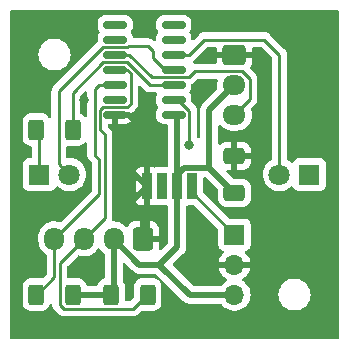
<source format=gtl>
%TF.GenerationSoftware,KiCad,Pcbnew,7.0.1*%
%TF.CreationDate,2023-10-30T09:30:19+01:00*%
%TF.ProjectId,opto-counter,6f70746f-2d63-46f7-956e-7465722e6b69,rev?*%
%TF.SameCoordinates,Original*%
%TF.FileFunction,Copper,L1,Top*%
%TF.FilePolarity,Positive*%
%FSLAX46Y46*%
G04 Gerber Fmt 4.6, Leading zero omitted, Abs format (unit mm)*
G04 Created by KiCad (PCBNEW 7.0.1) date 2023-10-30 09:30:19*
%MOMM*%
%LPD*%
G01*
G04 APERTURE LIST*
G04 Aperture macros list*
%AMRoundRect*
0 Rectangle with rounded corners*
0 $1 Rounding radius*
0 $2 $3 $4 $5 $6 $7 $8 $9 X,Y pos of 4 corners*
0 Add a 4 corners polygon primitive as box body*
4,1,4,$2,$3,$4,$5,$6,$7,$8,$9,$2,$3,0*
0 Add four circle primitives for the rounded corners*
1,1,$1+$1,$2,$3*
1,1,$1+$1,$4,$5*
1,1,$1+$1,$6,$7*
1,1,$1+$1,$8,$9*
0 Add four rect primitives between the rounded corners*
20,1,$1+$1,$2,$3,$4,$5,0*
20,1,$1+$1,$4,$5,$6,$7,0*
20,1,$1+$1,$6,$7,$8,$9,0*
20,1,$1+$1,$8,$9,$2,$3,0*%
G04 Aperture macros list end*
%TA.AperFunction,SMDPad,CuDef*%
%ADD10RoundRect,0.250000X0.650000X-0.412500X0.650000X0.412500X-0.650000X0.412500X-0.650000X-0.412500X0*%
%TD*%
%TA.AperFunction,SMDPad,CuDef*%
%ADD11RoundRect,0.250000X-0.400000X-0.625000X0.400000X-0.625000X0.400000X0.625000X-0.400000X0.625000X0*%
%TD*%
%TA.AperFunction,SMDPad,CuDef*%
%ADD12RoundRect,0.250000X0.400000X0.625000X-0.400000X0.625000X-0.400000X-0.625000X0.400000X-0.625000X0*%
%TD*%
%TA.AperFunction,SMDPad,CuDef*%
%ADD13RoundRect,0.150000X0.825000X0.150000X-0.825000X0.150000X-0.825000X-0.150000X0.825000X-0.150000X0*%
%TD*%
%TA.AperFunction,SMDPad,CuDef*%
%ADD14R,0.900000X2.200000*%
%TD*%
%TA.AperFunction,ComponentPad*%
%ADD15R,1.800000X1.800000*%
%TD*%
%TA.AperFunction,ComponentPad*%
%ADD16C,1.800000*%
%TD*%
%TA.AperFunction,ComponentPad*%
%ADD17R,1.700000X1.700000*%
%TD*%
%TA.AperFunction,ComponentPad*%
%ADD18O,1.700000X1.700000*%
%TD*%
%TA.AperFunction,ComponentPad*%
%ADD19RoundRect,0.250000X0.600000X0.725000X-0.600000X0.725000X-0.600000X-0.725000X0.600000X-0.725000X0*%
%TD*%
%TA.AperFunction,ComponentPad*%
%ADD20O,1.700000X1.950000*%
%TD*%
%TA.AperFunction,ComponentPad*%
%ADD21RoundRect,0.250000X-0.725000X0.600000X-0.725000X-0.600000X0.725000X-0.600000X0.725000X0.600000X0*%
%TD*%
%TA.AperFunction,ComponentPad*%
%ADD22O,1.950000X1.700000*%
%TD*%
%TA.AperFunction,ViaPad*%
%ADD23C,0.800000*%
%TD*%
%TA.AperFunction,Conductor*%
%ADD24C,0.250000*%
%TD*%
%TA.AperFunction,Conductor*%
%ADD25C,0.508000*%
%TD*%
G04 APERTURE END LIST*
D10*
%TO.P,C1,1*%
%TO.N,+3V3*%
X82550000Y-39662500D03*
%TO.P,C1,2*%
%TO.N,GND*%
X82550000Y-36537500D03*
%TD*%
D11*
%TO.P,R1,1*%
%TO.N,+3V3*%
X72110000Y-48260000D03*
%TO.P,R1,2*%
%TO.N,SDA*%
X75210000Y-48260000D03*
%TD*%
%TO.P,R2,1*%
%TO.N,Net-(D1-K)*%
X65760000Y-34290000D03*
%TO.P,R2,2*%
%TO.N,Net-(U1-PA5)*%
X68860000Y-34290000D03*
%TD*%
D12*
%TO.P,R3,1*%
%TO.N,+3V3*%
X68860000Y-48260000D03*
%TO.P,R3,2*%
%TO.N,SCL*%
X65760000Y-48260000D03*
%TD*%
D13*
%TO.P,U1,1,VCC*%
%TO.N,+3V3*%
X77405000Y-33020000D03*
%TO.P,U1,2,PA4*%
%TO.N,Net-(J1-Pin_1)*%
X77405000Y-31750000D03*
%TO.P,U1,3,PA5*%
%TO.N,Net-(U1-PA5)*%
X77405000Y-30480000D03*
%TO.P,U1,4,PA6*%
%TO.N,Net-(D1-A)*%
X77405000Y-29210000D03*
%TO.P,U1,5,PA7*%
%TO.N,Net-(D2-A)*%
X77405000Y-27940000D03*
%TO.P,U1,6,PB3*%
%TO.N,unconnected-(U1-PB3-Pad6)*%
X77405000Y-26670000D03*
%TO.P,U1,7,PB2*%
%TO.N,unconnected-(U1-PB2-Pad7)*%
X77405000Y-25400000D03*
%TO.P,U1,8,PB1*%
%TO.N,unconnected-(U1-PB1-Pad8)*%
X72455000Y-25400000D03*
%TO.P,U1,9,PB0*%
%TO.N,unconnected-(U1-PB0-Pad9)*%
X72455000Y-26670000D03*
%TO.P,U1,10,~{RESET}/PA0*%
%TO.N,UPDI*%
X72455000Y-27940000D03*
%TO.P,U1,11,PA1*%
%TO.N,SDA*%
X72455000Y-29210000D03*
%TO.P,U1,12,PA2*%
%TO.N,SCL*%
X72455000Y-30480000D03*
%TO.P,U1,13,PA3*%
%TO.N,unconnected-(U1-PA3-Pad13)*%
X72455000Y-31750000D03*
%TO.P,U1,14,GND*%
%TO.N,GND*%
X72455000Y-33020000D03*
%TD*%
D14*
%TO.P,U2,1,GND*%
%TO.N,GND*%
X75145000Y-39100000D03*
%TO.P,U2,2*%
%TO.N,unconnected-(U2-Pad2)*%
X76415000Y-39100000D03*
%TO.P,U2,3,Vs*%
%TO.N,+3V3*%
X77685000Y-39100000D03*
%TO.P,U2,4,OUT*%
%TO.N,Net-(J1-Pin_1)*%
X78955000Y-39100000D03*
%TD*%
D15*
%TO.P,D1,1,K*%
%TO.N,Net-(D1-K)*%
X66040000Y-38100000D03*
D16*
%TO.P,D1,2,A*%
%TO.N,Net-(D1-A)*%
X68580000Y-38100000D03*
%TD*%
D15*
%TO.P,D2,1,K*%
%TO.N,Net-(D1-K)*%
X88900000Y-38100000D03*
D16*
%TO.P,D2,2,A*%
%TO.N,Net-(D2-A)*%
X86360000Y-38100000D03*
%TD*%
D17*
%TO.P,J1,1,Pin_1*%
%TO.N,Net-(J1-Pin_1)*%
X82550000Y-43195000D03*
D18*
%TO.P,J1,2,Pin_2*%
%TO.N,GND*%
X82550000Y-45735000D03*
%TO.P,J1,3,Pin_3*%
%TO.N,+3V3*%
X82550000Y-48275000D03*
%TD*%
D19*
%TO.P,J2,1,Pin_1*%
%TO.N,GND*%
X74810000Y-43540000D03*
D20*
%TO.P,J2,2,Pin_2*%
%TO.N,+3V3*%
X72310000Y-43540000D03*
%TO.P,J2,3,Pin_3*%
%TO.N,SDA*%
X69810000Y-43540000D03*
%TO.P,J2,4,Pin_4*%
%TO.N,SCL*%
X67310000Y-43540000D03*
%TD*%
D21*
%TO.P,J3,1,Pin_1*%
%TO.N,GND*%
X82550000Y-28020000D03*
D22*
%TO.P,J3,2,Pin_2*%
%TO.N,+3V3*%
X82550000Y-30520000D03*
%TO.P,J3,3,Pin_3*%
%TO.N,UPDI*%
X82550000Y-33020000D03*
%TD*%
D23*
%TO.N,GND*%
X69850000Y-31750000D03*
X69850000Y-45720000D03*
X80010000Y-30480000D03*
%TO.N,Net-(J1-Pin_1)*%
X78740000Y-35560000D03*
%TD*%
D24*
%TO.N,UPDI*%
X78696751Y-29835000D02*
X75555000Y-29835000D01*
X75555000Y-29835000D02*
X73660000Y-27940000D01*
X83161701Y-29345000D02*
X79186751Y-29345000D01*
X79186751Y-29345000D02*
X78696751Y-29835000D01*
X83850000Y-31720000D02*
X83850000Y-30033299D01*
X82550000Y-33020000D02*
X83850000Y-31720000D01*
X83850000Y-30033299D02*
X83161701Y-29345000D01*
X73660000Y-27940000D02*
X72455000Y-27940000D01*
D25*
%TO.N,+3V3*%
X82550000Y-30480000D02*
X80433500Y-32596500D01*
X80433500Y-32596500D02*
X80433500Y-37546000D01*
X82550000Y-30520000D02*
X82550000Y-30480000D01*
X80433500Y-37546000D02*
X78239000Y-37546000D01*
X77685000Y-44235000D02*
X76200000Y-45720000D01*
X77685000Y-38100000D02*
X77685000Y-39100000D01*
X78239000Y-37546000D02*
X77685000Y-38100000D01*
X72310000Y-48122500D02*
X72310000Y-45720000D01*
X72172500Y-48260000D02*
X72310000Y-48122500D01*
X76200000Y-45720000D02*
X74490000Y-45720000D01*
X82550000Y-48275000D02*
X78755000Y-48275000D01*
X68797500Y-48260000D02*
X72172500Y-48260000D01*
X77685000Y-33300000D02*
X77685000Y-38100000D01*
X77405000Y-33020000D02*
X77685000Y-33300000D01*
X74490000Y-45720000D02*
X72310000Y-43540000D01*
X82550000Y-39662500D02*
X80433500Y-37546000D01*
X72172500Y-48260000D02*
X72390000Y-48260000D01*
X78755000Y-48275000D02*
X76200000Y-45720000D01*
X72310000Y-45720000D02*
X72310000Y-44450000D01*
X77685000Y-39100000D02*
X77685000Y-44235000D01*
%TO.N,GND*%
X74810000Y-43300000D02*
X75145000Y-42965000D01*
X74810000Y-43540000D02*
X74810000Y-43300000D01*
X75145000Y-39100000D02*
X75145000Y-34505000D01*
X75145000Y-34505000D02*
X73660000Y-33020000D01*
X75145000Y-42965000D02*
X75145000Y-39100000D01*
X73660000Y-33020000D02*
X72455000Y-33020000D01*
D24*
%TO.N,Net-(D1-K)*%
X66040000Y-38100000D02*
X66040000Y-34570000D01*
X66040000Y-34570000D02*
X65760000Y-34290000D01*
%TO.N,Net-(D1-A)*%
X75655000Y-27639695D02*
X75230305Y-27215000D01*
X75655000Y-28240305D02*
X75655000Y-27639695D01*
X67680000Y-37200000D02*
X67680000Y-31068249D01*
X73576751Y-27215000D02*
X73476751Y-27315000D01*
X73476751Y-27315000D02*
X71433249Y-27315000D01*
X77405000Y-29210000D02*
X76624695Y-29210000D01*
X76624695Y-29210000D02*
X75655000Y-28240305D01*
X75230305Y-27215000D02*
X73576751Y-27215000D01*
X68580000Y-38100000D02*
X67680000Y-37200000D01*
X67680000Y-31068249D02*
X71433249Y-27315000D01*
%TO.N,Net-(D2-A)*%
X83338173Y-26670000D02*
X83820000Y-26670000D01*
X86360000Y-38100000D02*
X86360000Y-29691827D01*
X78740000Y-27940000D02*
X77405000Y-27940000D01*
X83820000Y-26670000D02*
X85090000Y-26670000D01*
X83338173Y-26670000D02*
X80010000Y-26670000D01*
X80010000Y-26670000D02*
X78740000Y-27940000D01*
X86360000Y-27940000D02*
X86360000Y-30480000D01*
X85090000Y-26670000D02*
X86360000Y-27940000D01*
%TO.N,SDA*%
X73755000Y-29499645D02*
X73755000Y-32096751D01*
X67760000Y-45590000D02*
X67760000Y-49123172D01*
X71570000Y-34705000D02*
X71570000Y-41780000D01*
X73947500Y-49460000D02*
X68096828Y-49460000D01*
X72455000Y-29210000D02*
X73465355Y-29210000D01*
X73755000Y-32096751D02*
X73476751Y-32375000D01*
X71155000Y-34290000D02*
X71570000Y-34705000D01*
X73465355Y-29210000D02*
X73755000Y-29499645D01*
X73476751Y-32375000D02*
X71433249Y-32375000D01*
X71570000Y-41780000D02*
X69810000Y-43540000D01*
X75147500Y-48260000D02*
X73947500Y-49460000D01*
X68096828Y-49460000D02*
X67760000Y-49123172D01*
X69810000Y-43540000D02*
X67760000Y-45590000D01*
X71155000Y-32653249D02*
X71155000Y-34290000D01*
X71433249Y-32375000D02*
X71155000Y-32653249D01*
%TO.N,SCL*%
X71120000Y-30480000D02*
X72455000Y-30480000D01*
X67310000Y-43540000D02*
X71120000Y-39730000D01*
X67310000Y-46772500D02*
X67310000Y-43540000D01*
X67310000Y-46772500D02*
X65822500Y-48260000D01*
X71120000Y-36830000D02*
X70705000Y-36415000D01*
X70705000Y-30895000D02*
X71120000Y-30480000D01*
X71120000Y-39730000D02*
X71120000Y-36830000D01*
X70705000Y-36415000D02*
X70705000Y-30895000D01*
%TO.N,Net-(U1-PA5)*%
X73476751Y-28585000D02*
X71433249Y-28585000D01*
X68860000Y-34290000D02*
X68860000Y-31158249D01*
X77405000Y-30480000D02*
X75371751Y-30480000D01*
X68860000Y-31158249D02*
X71433249Y-28585000D01*
X75371751Y-30480000D02*
X73476751Y-28585000D01*
%TO.N,Net-(J1-Pin_1)*%
X78740000Y-32708249D02*
X77781751Y-31750000D01*
X78740000Y-35560000D02*
X78740000Y-32708249D01*
X78955000Y-39600000D02*
X82550000Y-43195000D01*
X77781751Y-31750000D02*
X77405000Y-31750000D01*
X78955000Y-39100000D02*
X78955000Y-39600000D01*
%TD*%
%TA.AperFunction,Conductor*%
%TO.N,GND*%
G36*
X71118173Y-44356209D02*
G01*
X71165838Y-44398160D01*
X71172665Y-44408261D01*
X71249216Y-44521522D01*
X71409229Y-44688477D01*
X71496423Y-44752965D01*
X71534009Y-44797543D01*
X71547500Y-44854269D01*
X71547500Y-46798802D01*
X71536706Y-46849827D01*
X71506173Y-46892110D01*
X71461133Y-46918406D01*
X71387265Y-46942883D01*
X71236344Y-47035972D01*
X71110972Y-47161344D01*
X71073863Y-47221507D01*
X71017885Y-47312262D01*
X70985122Y-47411134D01*
X70958828Y-47456173D01*
X70916545Y-47486706D01*
X70865519Y-47497500D01*
X70104481Y-47497500D01*
X70053455Y-47486706D01*
X70011172Y-47456173D01*
X69984877Y-47411134D01*
X69952115Y-47312262D01*
X69859030Y-47161348D01*
X69859028Y-47161346D01*
X69859027Y-47161344D01*
X69733655Y-47035972D01*
X69718555Y-47026658D01*
X69582738Y-46942885D01*
X69414426Y-46887113D01*
X69310545Y-46876500D01*
X69310540Y-46876500D01*
X69310504Y-46876500D01*
X68519499Y-46876500D01*
X68456500Y-46859620D01*
X68410381Y-46813501D01*
X68393500Y-46750501D01*
X68393500Y-45904594D01*
X68403091Y-45856376D01*
X68430401Y-45815502D01*
X69258927Y-44986976D01*
X69317566Y-44953810D01*
X69384915Y-44955597D01*
X69391129Y-44957500D01*
X69522757Y-44997811D01*
X69752135Y-45027184D01*
X69983178Y-45017369D01*
X70209238Y-44968649D01*
X70423813Y-44882426D01*
X70620730Y-44761179D01*
X70794324Y-44608398D01*
X70939600Y-44428476D01*
X70950893Y-44408261D01*
X70951447Y-44407270D01*
X70995383Y-44361426D01*
X71056099Y-44342832D01*
X71118173Y-44356209D01*
G37*
%TD.AperFunction*%
%TA.AperFunction,Conductor*%
G36*
X74553436Y-30577010D02*
G01*
X74603595Y-30607748D01*
X74864502Y-30868655D01*
X74877586Y-30884985D01*
X74929417Y-30933657D01*
X74932260Y-30936413D01*
X74951981Y-30956134D01*
X74955169Y-30958607D01*
X74964194Y-30966314D01*
X74996430Y-30996586D01*
X75014178Y-31006342D01*
X75030700Y-31017195D01*
X75046710Y-31029614D01*
X75087293Y-31047175D01*
X75097944Y-31052393D01*
X75136691Y-31073695D01*
X75156311Y-31078732D01*
X75175018Y-31085137D01*
X75181631Y-31087998D01*
X75193605Y-31093181D01*
X75204256Y-31094867D01*
X75237281Y-31100098D01*
X75248876Y-31102498D01*
X75291721Y-31113500D01*
X75311975Y-31113500D01*
X75331685Y-31115051D01*
X75351693Y-31118220D01*
X75351693Y-31118219D01*
X75351694Y-31118220D01*
X75395712Y-31114058D01*
X75407570Y-31113500D01*
X75881776Y-31113500D01*
X75945061Y-31130546D01*
X75991224Y-31177072D01*
X76007772Y-31240490D01*
X75990229Y-31303639D01*
X75970855Y-31336397D01*
X75924438Y-31496166D01*
X75921500Y-31533503D01*
X75921500Y-31966497D01*
X75924438Y-32003833D01*
X75970071Y-32160904D01*
X75970855Y-32163601D01*
X76017781Y-32242949D01*
X76063650Y-32320508D01*
X76060071Y-32322624D01*
X76077256Y-32352389D01*
X76077256Y-32417611D01*
X76060071Y-32447375D01*
X76063650Y-32449492D01*
X75970854Y-32606400D01*
X75924438Y-32766166D01*
X75921500Y-32803503D01*
X75921500Y-33236497D01*
X75924438Y-33273833D01*
X75970796Y-33433399D01*
X75970855Y-33433601D01*
X76026892Y-33528355D01*
X76055549Y-33576810D01*
X76173189Y-33694450D01*
X76173191Y-33694451D01*
X76173193Y-33694453D01*
X76316399Y-33779145D01*
X76476169Y-33825562D01*
X76513498Y-33828500D01*
X76796500Y-33828500D01*
X76859500Y-33845381D01*
X76905619Y-33891500D01*
X76922500Y-33954500D01*
X76922500Y-37365500D01*
X76905619Y-37428500D01*
X76859500Y-37474619D01*
X76796500Y-37491500D01*
X75916362Y-37491500D01*
X75855799Y-37498011D01*
X75823314Y-37510127D01*
X75779284Y-37518070D01*
X75735254Y-37510126D01*
X75704096Y-37498505D01*
X75643589Y-37492000D01*
X74646411Y-37492000D01*
X74585906Y-37498505D01*
X74449037Y-37549554D01*
X74332095Y-37637095D01*
X74244554Y-37754037D01*
X74221107Y-37816897D01*
X75145000Y-38740789D01*
X75145000Y-38740790D01*
X75415114Y-39010904D01*
X75447726Y-39067388D01*
X75447726Y-39132610D01*
X75415114Y-39189094D01*
X74221108Y-40383099D01*
X74244554Y-40445963D01*
X74332095Y-40562904D01*
X74449037Y-40650445D01*
X74585906Y-40701494D01*
X74646411Y-40708000D01*
X75643590Y-40708000D01*
X75704093Y-40701494D01*
X75735248Y-40689874D01*
X75779283Y-40681928D01*
X75823312Y-40689871D01*
X75855799Y-40701989D01*
X75916362Y-40708500D01*
X76796500Y-40708500D01*
X76859500Y-40725381D01*
X76905619Y-40771500D01*
X76922500Y-40834500D01*
X76922500Y-43866972D01*
X76912909Y-43915190D01*
X76885597Y-43956064D01*
X76619580Y-44222082D01*
X76377685Y-44463977D01*
X76325078Y-44495482D01*
X76263829Y-44498424D01*
X76208444Y-44472106D01*
X76172041Y-44422760D01*
X76163242Y-44362075D01*
X76168000Y-44315503D01*
X76168000Y-43794000D01*
X74682000Y-43794000D01*
X74619000Y-43777119D01*
X74572881Y-43731000D01*
X74556000Y-43668000D01*
X74556000Y-42057000D01*
X75064000Y-42057000D01*
X75064000Y-43286000D01*
X76168000Y-43286000D01*
X76168000Y-42764497D01*
X76157393Y-42660671D01*
X76101659Y-42492477D01*
X76008632Y-42341657D01*
X75883342Y-42216367D01*
X75732522Y-42123340D01*
X75564328Y-42067606D01*
X75460503Y-42057000D01*
X75064000Y-42057000D01*
X74556000Y-42057000D01*
X74159497Y-42057000D01*
X74055671Y-42067606D01*
X73887477Y-42123340D01*
X73736657Y-42216367D01*
X73611367Y-42341657D01*
X73521300Y-42487680D01*
X73481194Y-42528158D01*
X73427358Y-42546829D01*
X73370802Y-42539875D01*
X73323092Y-42508717D01*
X73210772Y-42391524D01*
X73112472Y-42318822D01*
X73024847Y-42254015D01*
X72818357Y-42149905D01*
X72818356Y-42149904D01*
X72818355Y-42149904D01*
X72597240Y-42082188D01*
X72367869Y-42052815D01*
X72321248Y-42054796D01*
X72264098Y-42043767D01*
X72218002Y-42008230D01*
X72192797Y-41955767D01*
X72193860Y-41897572D01*
X72203500Y-41860029D01*
X72203500Y-41839776D01*
X72205051Y-41820066D01*
X72208220Y-41800057D01*
X72204059Y-41756039D01*
X72203500Y-41744181D01*
X72203500Y-38501209D01*
X74187000Y-38501209D01*
X74187000Y-39698790D01*
X74785790Y-39100001D01*
X74785790Y-39099999D01*
X74187000Y-38501209D01*
X72203500Y-38501209D01*
X72203500Y-34788854D01*
X72205795Y-34768064D01*
X72203562Y-34697002D01*
X72203500Y-34693044D01*
X72203500Y-34665149D01*
X72203500Y-34665144D01*
X72202993Y-34661138D01*
X72202062Y-34649305D01*
X72200674Y-34605111D01*
X72195019Y-34585647D01*
X72191013Y-34566307D01*
X72188474Y-34546203D01*
X72172195Y-34505087D01*
X72168356Y-34493872D01*
X72156019Y-34451407D01*
X72145703Y-34433964D01*
X72137007Y-34416214D01*
X72129552Y-34397383D01*
X72103554Y-34361600D01*
X72097058Y-34351710D01*
X72074542Y-34313638D01*
X72060212Y-34299308D01*
X72047378Y-34284281D01*
X72035472Y-34267893D01*
X72028807Y-34262379D01*
X72001400Y-34239705D01*
X71992621Y-34231717D01*
X71825404Y-34064499D01*
X71798091Y-34023622D01*
X71788500Y-33975404D01*
X71788500Y-33954000D01*
X71805381Y-33891000D01*
X71851500Y-33844881D01*
X71914500Y-33828000D01*
X72201000Y-33828000D01*
X72201000Y-33274000D01*
X72709000Y-33274000D01*
X72709000Y-33827999D01*
X73346454Y-33827999D01*
X73383752Y-33825064D01*
X73543398Y-33778682D01*
X73686501Y-33694052D01*
X73804052Y-33576501D01*
X73888681Y-33433399D01*
X73934993Y-33274000D01*
X72709000Y-33274000D01*
X72201000Y-33274000D01*
X72201000Y-33134500D01*
X72217881Y-33071500D01*
X72264000Y-33025381D01*
X72327000Y-33008500D01*
X73392898Y-33008500D01*
X73413686Y-33010795D01*
X73416658Y-33010701D01*
X73416660Y-33010702D01*
X73484736Y-33008562D01*
X73488696Y-33008500D01*
X73516603Y-33008500D01*
X73516607Y-33008500D01*
X73520616Y-33007993D01*
X73532450Y-33007061D01*
X73576640Y-33005673D01*
X73596089Y-33000021D01*
X73615449Y-32996012D01*
X73635548Y-32993474D01*
X73676666Y-32977193D01*
X73687868Y-32973357D01*
X73730344Y-32961018D01*
X73747790Y-32950699D01*
X73765531Y-32942009D01*
X73784368Y-32934552D01*
X73820143Y-32908558D01*
X73830054Y-32902048D01*
X73868113Y-32879542D01*
X73882442Y-32865212D01*
X73897470Y-32852377D01*
X73913858Y-32840472D01*
X73942054Y-32806386D01*
X73950023Y-32797630D01*
X74143658Y-32603995D01*
X74159979Y-32590921D01*
X74162014Y-32588753D01*
X74162018Y-32588751D01*
X74208676Y-32539063D01*
X74211367Y-32536286D01*
X74231135Y-32516520D01*
X74233611Y-32513327D01*
X74241316Y-32504304D01*
X74271586Y-32472072D01*
X74281345Y-32454318D01*
X74292198Y-32437796D01*
X74304614Y-32421791D01*
X74322174Y-32381210D01*
X74327388Y-32370566D01*
X74348695Y-32331811D01*
X74353732Y-32312190D01*
X74360138Y-32293481D01*
X74368181Y-32274895D01*
X74375096Y-32231228D01*
X74377504Y-32219604D01*
X74378068Y-32217408D01*
X74388500Y-32176781D01*
X74388500Y-32156527D01*
X74390051Y-32136817D01*
X74393220Y-32116808D01*
X74389059Y-32072790D01*
X74388500Y-32060932D01*
X74388500Y-30696843D01*
X74402233Y-30639640D01*
X74440439Y-30594907D01*
X74494789Y-30572394D01*
X74553436Y-30577010D01*
G37*
%TD.AperFunction*%
%TA.AperFunction,Conductor*%
G36*
X81056417Y-29991991D02*
G01*
X81100995Y-30029576D01*
X81123879Y-30083206D01*
X81120168Y-30141395D01*
X81092188Y-30232757D01*
X81062815Y-30462135D01*
X81072630Y-30693177D01*
X81091121Y-30778977D01*
X81088811Y-30841137D01*
X81057044Y-30894616D01*
X79940102Y-32011558D01*
X79926254Y-32023527D01*
X79906680Y-32038100D01*
X79906678Y-32038101D01*
X79906678Y-32038102D01*
X79887521Y-32060932D01*
X79874321Y-32076663D01*
X79866906Y-32084755D01*
X79862926Y-32088735D01*
X79843385Y-32113447D01*
X79841076Y-32116281D01*
X79791283Y-32175624D01*
X79780642Y-32192325D01*
X79747894Y-32262553D01*
X79746298Y-32265850D01*
X79711532Y-32335074D01*
X79705035Y-32353765D01*
X79689366Y-32429648D01*
X79688573Y-32433222D01*
X79670704Y-32508621D01*
X79668693Y-32528303D01*
X79670947Y-32605754D01*
X79671000Y-32609418D01*
X79671000Y-34908008D01*
X79656662Y-34966383D01*
X79616910Y-35011473D01*
X79560792Y-35033014D01*
X79501080Y-35026105D01*
X79451364Y-34992318D01*
X79405864Y-34941785D01*
X79381869Y-34902629D01*
X79373500Y-34857475D01*
X79373500Y-32792103D01*
X79375795Y-32771313D01*
X79375633Y-32766169D01*
X79373561Y-32700250D01*
X79373500Y-32696293D01*
X79373500Y-32668398D01*
X79373500Y-32668393D01*
X79372993Y-32664387D01*
X79372062Y-32652554D01*
X79370674Y-32608360D01*
X79365020Y-32588901D01*
X79361013Y-32569555D01*
X79358474Y-32549452D01*
X79342194Y-32508335D01*
X79338353Y-32497115D01*
X79326018Y-32454656D01*
X79316042Y-32437788D01*
X79315706Y-32437219D01*
X79307008Y-32419464D01*
X79306274Y-32417611D01*
X79299552Y-32400632D01*
X79273565Y-32364865D01*
X79267047Y-32354942D01*
X79254623Y-32333934D01*
X79244542Y-32316887D01*
X79230212Y-32302557D01*
X79217378Y-32287530D01*
X79205472Y-32271142D01*
X79205471Y-32271141D01*
X79171394Y-32242949D01*
X79162616Y-32234961D01*
X78925405Y-31997750D01*
X78898091Y-31956873D01*
X78888500Y-31908655D01*
X78888500Y-31533503D01*
X78888500Y-31533498D01*
X78885562Y-31496169D01*
X78839145Y-31336399D01*
X78754453Y-31193193D01*
X78754452Y-31193192D01*
X78746350Y-31179492D01*
X78749942Y-31177367D01*
X78732759Y-31147669D01*
X78732759Y-31082331D01*
X78749942Y-31052632D01*
X78746350Y-31050508D01*
X78758707Y-31029614D01*
X78839145Y-30893601D01*
X78885562Y-30733831D01*
X78888500Y-30696502D01*
X78888500Y-30529461D01*
X78905052Y-30467034D01*
X78950359Y-30421009D01*
X78967780Y-30410705D01*
X78985531Y-30402009D01*
X79004368Y-30394552D01*
X79040143Y-30368558D01*
X79050054Y-30362048D01*
X79088113Y-30339542D01*
X79102442Y-30325212D01*
X79117470Y-30312377D01*
X79133858Y-30300472D01*
X79162049Y-30266393D01*
X79170019Y-30257634D01*
X79412250Y-30015404D01*
X79453128Y-29988091D01*
X79501346Y-29978500D01*
X80999691Y-29978500D01*
X81056417Y-29991991D01*
G37*
%TD.AperFunction*%
%TA.AperFunction,Conductor*%
G36*
X70019561Y-31044907D02*
G01*
X70057767Y-31089640D01*
X70071500Y-31146843D01*
X70071500Y-33099627D01*
X70057767Y-33156830D01*
X70019561Y-33201563D01*
X69965211Y-33224076D01*
X69906564Y-33219460D01*
X69856405Y-33188722D01*
X69733655Y-33065972D01*
X69644199Y-33010795D01*
X69582738Y-32972885D01*
X69582737Y-32972884D01*
X69582733Y-32972882D01*
X69579864Y-32971932D01*
X69534825Y-32945636D01*
X69504294Y-32903353D01*
X69493500Y-32852329D01*
X69493500Y-31472843D01*
X69503091Y-31424625D01*
X69530405Y-31383748D01*
X69856405Y-31057748D01*
X69906564Y-31027010D01*
X69965211Y-31022394D01*
X70019561Y-31044907D01*
G37*
%TD.AperFunction*%
%TA.AperFunction,Conductor*%
G36*
X91351500Y-24172381D02*
G01*
X91397619Y-24218500D01*
X91414500Y-24281500D01*
X91414500Y-51918500D01*
X91397619Y-51981500D01*
X91351500Y-52027619D01*
X91288500Y-52044500D01*
X63651500Y-52044500D01*
X63588500Y-52027619D01*
X63542381Y-51981500D01*
X63525500Y-51918500D01*
X63525500Y-48935540D01*
X64601500Y-48935540D01*
X64607717Y-48996394D01*
X64612113Y-49039426D01*
X64667885Y-49207738D01*
X64723863Y-49298492D01*
X64760972Y-49358655D01*
X64886344Y-49484027D01*
X64886346Y-49484028D01*
X64886348Y-49484030D01*
X65037262Y-49577115D01*
X65205574Y-49632887D01*
X65309455Y-49643500D01*
X66210544Y-49643499D01*
X66314426Y-49632887D01*
X66482738Y-49577115D01*
X66633652Y-49484030D01*
X66759030Y-49358652D01*
X66852115Y-49207738D01*
X66880896Y-49120880D01*
X66920637Y-49063058D01*
X66985144Y-49035454D01*
X67054413Y-49046632D01*
X67106964Y-49093125D01*
X67124970Y-49155239D01*
X67125508Y-49155172D01*
X67125937Y-49158575D01*
X67126500Y-49160515D01*
X67126500Y-49163029D01*
X67127007Y-49167045D01*
X67127937Y-49178868D01*
X67129326Y-49223064D01*
X67134977Y-49242513D01*
X67138986Y-49261868D01*
X67141525Y-49281966D01*
X67157801Y-49323075D01*
X67161644Y-49334302D01*
X67173980Y-49376762D01*
X67184294Y-49394202D01*
X67192987Y-49411946D01*
X67200448Y-49430789D01*
X67200449Y-49430791D01*
X67226431Y-49466552D01*
X67232948Y-49476473D01*
X67255456Y-49514532D01*
X67255457Y-49514533D01*
X67255458Y-49514534D01*
X67269783Y-49528859D01*
X67282614Y-49543881D01*
X67294528Y-49560279D01*
X67314878Y-49577114D01*
X67328603Y-49588469D01*
X67337380Y-49596457D01*
X67589582Y-49848659D01*
X67602660Y-49864982D01*
X67604827Y-49867017D01*
X67604828Y-49867018D01*
X67654478Y-49913642D01*
X67657289Y-49916366D01*
X67677058Y-49936135D01*
X67680271Y-49938627D01*
X67689261Y-49946306D01*
X67721507Y-49976586D01*
X67739254Y-49986342D01*
X67755778Y-49997196D01*
X67771787Y-50009614D01*
X67812370Y-50027175D01*
X67823021Y-50032393D01*
X67861768Y-50053695D01*
X67881388Y-50058732D01*
X67900095Y-50065137D01*
X67906708Y-50067998D01*
X67918682Y-50073181D01*
X67929333Y-50074867D01*
X67962358Y-50080098D01*
X67973953Y-50082498D01*
X68016798Y-50093500D01*
X68037052Y-50093500D01*
X68056762Y-50095051D01*
X68076770Y-50098220D01*
X68076770Y-50098219D01*
X68076771Y-50098220D01*
X68120789Y-50094058D01*
X68132647Y-50093500D01*
X73863647Y-50093500D01*
X73884435Y-50095795D01*
X73887407Y-50095701D01*
X73887409Y-50095702D01*
X73955485Y-50093562D01*
X73959445Y-50093500D01*
X73987352Y-50093500D01*
X73987356Y-50093500D01*
X73991365Y-50092993D01*
X74003199Y-50092061D01*
X74047389Y-50090673D01*
X74066838Y-50085021D01*
X74086198Y-50081012D01*
X74106297Y-50078474D01*
X74147415Y-50062193D01*
X74158617Y-50058357D01*
X74201093Y-50046018D01*
X74218539Y-50035699D01*
X74236280Y-50027009D01*
X74255117Y-50019552D01*
X74290892Y-49993558D01*
X74300803Y-49987048D01*
X74338862Y-49964542D01*
X74353191Y-49950212D01*
X74368219Y-49937377D01*
X74384607Y-49925472D01*
X74412803Y-49891386D01*
X74420772Y-49882630D01*
X74626794Y-49676608D01*
X74673654Y-49646994D01*
X74728691Y-49640357D01*
X74759455Y-49643500D01*
X75660544Y-49643499D01*
X75764426Y-49632887D01*
X75932738Y-49577115D01*
X76083652Y-49484030D01*
X76209030Y-49358652D01*
X76302115Y-49207738D01*
X76357887Y-49039426D01*
X76368500Y-48935545D01*
X76368499Y-47584456D01*
X76357887Y-47480574D01*
X76302115Y-47312262D01*
X76209030Y-47161348D01*
X76209028Y-47161346D01*
X76205161Y-47155076D01*
X76186692Y-47097474D01*
X76195076Y-47049922D01*
X76147525Y-47058307D01*
X76089923Y-47039838D01*
X76068555Y-47026658D01*
X75932738Y-46942885D01*
X75764426Y-46887113D01*
X75660545Y-46876500D01*
X75660540Y-46876500D01*
X74759459Y-46876500D01*
X74655573Y-46887113D01*
X74487262Y-46942885D01*
X74336344Y-47035972D01*
X74210972Y-47161344D01*
X74210970Y-47161348D01*
X74117885Y-47312262D01*
X74062113Y-47480574D01*
X74051734Y-47582171D01*
X74051500Y-47584459D01*
X74051500Y-48407903D01*
X74041909Y-48456121D01*
X74014596Y-48496998D01*
X73722000Y-48789595D01*
X73681122Y-48816909D01*
X73632904Y-48826500D01*
X73394500Y-48826500D01*
X73331500Y-48809619D01*
X73285381Y-48763500D01*
X73268500Y-48700500D01*
X73268499Y-47584459D01*
X73268499Y-47584455D01*
X73257887Y-47480574D01*
X73202115Y-47312262D01*
X73109030Y-47161348D01*
X73109029Y-47161347D01*
X73107524Y-47158907D01*
X73082091Y-47120845D01*
X73072500Y-47072627D01*
X73072500Y-45685028D01*
X73086233Y-45627825D01*
X73124439Y-45583092D01*
X73178789Y-45560579D01*
X73237436Y-45565195D01*
X73287595Y-45595933D01*
X73905058Y-46213396D01*
X73917026Y-46227243D01*
X73931602Y-46246822D01*
X73970164Y-46279179D01*
X73978267Y-46286605D01*
X73982235Y-46290573D01*
X74003052Y-46307033D01*
X74006933Y-46310102D01*
X74009770Y-46312413D01*
X74033711Y-46332501D01*
X74068147Y-46361396D01*
X74068149Y-46361397D01*
X74069137Y-46362226D01*
X74085817Y-46372852D01*
X74156033Y-46405595D01*
X74159330Y-46407191D01*
X74228585Y-46441972D01*
X74247258Y-46448462D01*
X74248523Y-46448723D01*
X74248527Y-46448725D01*
X74323153Y-46464133D01*
X74326712Y-46464922D01*
X74400877Y-46482500D01*
X74400880Y-46482500D01*
X74402129Y-46482796D01*
X74421808Y-46484807D01*
X74423090Y-46484769D01*
X74423092Y-46484770D01*
X74499289Y-46482552D01*
X74502953Y-46482500D01*
X75831973Y-46482500D01*
X75880191Y-46492091D01*
X75921068Y-46519405D01*
X76245165Y-46843502D01*
X76276421Y-46895291D01*
X76279938Y-46955679D01*
X76272119Y-46972879D01*
X76289320Y-46965061D01*
X76349708Y-46968578D01*
X76401496Y-46999833D01*
X77426252Y-48024590D01*
X78170058Y-48768396D01*
X78182026Y-48782243D01*
X78196602Y-48801822D01*
X78226012Y-48826500D01*
X78235162Y-48834177D01*
X78243259Y-48841597D01*
X78247235Y-48845573D01*
X78271952Y-48865117D01*
X78274776Y-48867417D01*
X78334139Y-48917228D01*
X78350816Y-48927851D01*
X78351976Y-48928392D01*
X78351980Y-48928395D01*
X78421039Y-48960597D01*
X78424338Y-48962195D01*
X78493582Y-48996971D01*
X78512258Y-49003463D01*
X78513526Y-49003724D01*
X78513527Y-49003725D01*
X78588211Y-49019145D01*
X78591668Y-49019911D01*
X78665877Y-49037500D01*
X78665879Y-49037500D01*
X78667124Y-49037795D01*
X78686804Y-49039806D01*
X78688090Y-49039768D01*
X78688092Y-49039769D01*
X78760060Y-49037675D01*
X78764270Y-49037553D01*
X78767933Y-49037500D01*
X81357242Y-49037500D01*
X81417211Y-49052686D01*
X81462724Y-49094584D01*
X81474275Y-49112264D01*
X81474278Y-49112268D01*
X81576271Y-49223061D01*
X81626762Y-49277908D01*
X81776175Y-49394202D01*
X81804424Y-49416189D01*
X82002426Y-49523342D01*
X82215365Y-49596444D01*
X82437431Y-49633500D01*
X82662566Y-49633500D01*
X82662569Y-49633500D01*
X82884635Y-49596444D01*
X83097574Y-49523342D01*
X83295576Y-49416189D01*
X83473240Y-49277906D01*
X83625722Y-49112268D01*
X83748860Y-48923791D01*
X83839296Y-48717616D01*
X83894564Y-48499368D01*
X83913156Y-48275000D01*
X83911913Y-48260000D01*
X86274341Y-48260000D01*
X86294937Y-48495409D01*
X86356096Y-48723662D01*
X86455965Y-48937829D01*
X86591507Y-49131404D01*
X86758595Y-49298492D01*
X86758598Y-49298494D01*
X86758599Y-49298495D01*
X86952171Y-49434035D01*
X87166337Y-49533903D01*
X87394592Y-49595063D01*
X87571034Y-49610500D01*
X87688960Y-49610500D01*
X87688966Y-49610500D01*
X87865408Y-49595063D01*
X88093663Y-49533903D01*
X88307829Y-49434035D01*
X88501401Y-49298495D01*
X88668495Y-49131401D01*
X88804035Y-48937830D01*
X88903903Y-48723663D01*
X88965063Y-48495408D01*
X88985659Y-48260000D01*
X88965063Y-48024592D01*
X88903903Y-47796337D01*
X88804035Y-47582171D01*
X88668495Y-47388599D01*
X88668494Y-47388598D01*
X88668492Y-47388595D01*
X88501404Y-47221507D01*
X88307829Y-47085965D01*
X88093662Y-46986096D01*
X87865409Y-46924937D01*
X87840202Y-46922731D01*
X87688966Y-46909500D01*
X87571034Y-46909500D01*
X87438702Y-46921077D01*
X87394590Y-46924937D01*
X87166337Y-46986096D01*
X86952170Y-47085965D01*
X86758595Y-47221507D01*
X86591507Y-47388595D01*
X86455965Y-47582169D01*
X86356096Y-47796336D01*
X86294937Y-48024590D01*
X86274341Y-48260000D01*
X83911913Y-48260000D01*
X83894564Y-48050632D01*
X83839296Y-47832384D01*
X83748860Y-47626209D01*
X83625722Y-47437732D01*
X83473240Y-47272094D01*
X83473239Y-47272093D01*
X83473237Y-47272091D01*
X83322897Y-47155076D01*
X83295576Y-47133811D01*
X83261792Y-47115528D01*
X83213521Y-47069212D01*
X83195762Y-47004715D01*
X83213521Y-46940217D01*
X83261793Y-46893901D01*
X83295300Y-46875768D01*
X83472903Y-46737533D01*
X83625321Y-46571962D01*
X83748419Y-46383548D01*
X83838822Y-46177451D01*
X83886544Y-45989000D01*
X81213455Y-45989000D01*
X81261177Y-46177451D01*
X81351580Y-46383548D01*
X81474678Y-46571962D01*
X81627096Y-46737533D01*
X81804702Y-46875769D01*
X81838207Y-46893902D01*
X81886478Y-46940218D01*
X81904237Y-47004715D01*
X81886478Y-47069212D01*
X81838207Y-47115528D01*
X81804423Y-47133811D01*
X81626762Y-47272091D01*
X81474275Y-47437735D01*
X81462724Y-47455416D01*
X81417211Y-47497314D01*
X81357242Y-47512500D01*
X79123028Y-47512500D01*
X79074810Y-47502909D01*
X79033933Y-47475595D01*
X77367432Y-45809094D01*
X77334820Y-45752610D01*
X77334820Y-45687388D01*
X77367430Y-45630905D01*
X78178405Y-44819931D01*
X78192243Y-44807972D01*
X78211822Y-44793398D01*
X78244178Y-44754835D01*
X78251608Y-44746729D01*
X78255573Y-44742765D01*
X78275123Y-44718038D01*
X78277395Y-44715248D01*
X78326396Y-44656853D01*
X78326398Y-44656848D01*
X78327227Y-44655861D01*
X78337847Y-44639192D01*
X78338391Y-44638024D01*
X78338395Y-44638020D01*
X78370630Y-44568889D01*
X78372166Y-44565715D01*
X78406394Y-44497566D01*
X78406395Y-44497560D01*
X78406971Y-44496414D01*
X78413463Y-44477739D01*
X78413723Y-44476477D01*
X78413725Y-44476474D01*
X78429135Y-44401837D01*
X78429920Y-44398297D01*
X78447795Y-44322877D01*
X78449806Y-44303196D01*
X78449457Y-44291205D01*
X78447552Y-44225745D01*
X78447500Y-44222082D01*
X78447500Y-40834500D01*
X78464381Y-40771500D01*
X78510500Y-40725381D01*
X78573500Y-40708500D01*
X79115406Y-40708500D01*
X79163624Y-40718091D01*
X79204501Y-40745405D01*
X81154595Y-42695500D01*
X81181909Y-42736377D01*
X81191500Y-42784595D01*
X81191500Y-44093638D01*
X81198011Y-44154200D01*
X81249111Y-44291205D01*
X81336738Y-44408261D01*
X81453794Y-44495888D01*
X81453795Y-44495888D01*
X81453796Y-44495889D01*
X81569314Y-44538975D01*
X81619646Y-44573537D01*
X81647821Y-44627707D01*
X81647219Y-44688763D01*
X81617982Y-44742367D01*
X81474676Y-44898040D01*
X81351580Y-45086451D01*
X81261177Y-45292548D01*
X81213455Y-45480999D01*
X81213456Y-45481000D01*
X83886544Y-45481000D01*
X83886544Y-45480999D01*
X83838822Y-45292548D01*
X83748419Y-45086451D01*
X83625321Y-44898037D01*
X83482018Y-44742367D01*
X83452780Y-44688763D01*
X83452178Y-44627707D01*
X83480353Y-44573537D01*
X83530683Y-44538976D01*
X83646204Y-44495889D01*
X83763261Y-44408261D01*
X83850889Y-44291204D01*
X83901989Y-44154201D01*
X83908500Y-44093638D01*
X83908500Y-42296362D01*
X83901989Y-42235799D01*
X83850889Y-42098796D01*
X83846566Y-42093021D01*
X83763261Y-41981738D01*
X83646205Y-41894111D01*
X83554830Y-41860030D01*
X83509201Y-41843011D01*
X83448638Y-41836500D01*
X82139594Y-41836500D01*
X82091376Y-41826909D01*
X82050499Y-41799595D01*
X79950405Y-39699500D01*
X79923091Y-39658623D01*
X79913500Y-39610405D01*
X79913500Y-38434500D01*
X79930381Y-38371500D01*
X79976500Y-38325381D01*
X80039500Y-38308500D01*
X80065473Y-38308500D01*
X80113691Y-38318091D01*
X80154568Y-38345405D01*
X81104595Y-39295432D01*
X81131909Y-39336309D01*
X81141500Y-39384527D01*
X81141500Y-40125540D01*
X81141501Y-40125545D01*
X81152113Y-40229426D01*
X81207885Y-40397738D01*
X81300970Y-40548652D01*
X81300972Y-40548655D01*
X81426344Y-40674027D01*
X81426346Y-40674028D01*
X81426348Y-40674030D01*
X81577262Y-40767115D01*
X81745574Y-40822887D01*
X81849455Y-40833500D01*
X83250544Y-40833499D01*
X83354426Y-40822887D01*
X83522738Y-40767115D01*
X83673652Y-40674030D01*
X83799030Y-40548652D01*
X83892115Y-40397738D01*
X83947887Y-40229426D01*
X83958500Y-40125545D01*
X83958499Y-39199456D01*
X83947887Y-39095574D01*
X83892115Y-38927262D01*
X83799030Y-38776348D01*
X83799028Y-38776346D01*
X83799027Y-38776344D01*
X83673655Y-38650972D01*
X83673652Y-38650970D01*
X83522738Y-38557885D01*
X83354426Y-38502113D01*
X83250545Y-38491500D01*
X83250541Y-38491500D01*
X82509528Y-38491500D01*
X82461310Y-38481909D01*
X82420432Y-38454595D01*
X81888933Y-37923095D01*
X81858196Y-37872936D01*
X81853580Y-37814289D01*
X81876093Y-37759939D01*
X81920826Y-37721733D01*
X81978029Y-37708000D01*
X82296000Y-37708000D01*
X82296000Y-36791500D01*
X82804000Y-36791500D01*
X82804000Y-37708000D01*
X83250503Y-37708000D01*
X83354328Y-37697393D01*
X83522522Y-37641659D01*
X83673342Y-37548632D01*
X83798632Y-37423342D01*
X83891659Y-37272522D01*
X83947393Y-37104328D01*
X83958000Y-37000503D01*
X83958000Y-36791500D01*
X82804000Y-36791500D01*
X82296000Y-36791500D01*
X82296000Y-35367000D01*
X82804000Y-35367000D01*
X82804000Y-36283500D01*
X83958000Y-36283500D01*
X83958000Y-36074497D01*
X83947393Y-35970671D01*
X83891659Y-35802477D01*
X83798632Y-35651657D01*
X83673342Y-35526367D01*
X83522522Y-35433340D01*
X83354328Y-35377606D01*
X83250503Y-35367000D01*
X82804000Y-35367000D01*
X82296000Y-35367000D01*
X81849497Y-35367000D01*
X81745671Y-35377606D01*
X81577477Y-35433340D01*
X81426657Y-35526367D01*
X81411095Y-35541930D01*
X81360936Y-35572668D01*
X81302289Y-35577284D01*
X81247939Y-35554771D01*
X81209733Y-35510038D01*
X81196000Y-35452835D01*
X81196000Y-34013695D01*
X81210471Y-33955067D01*
X81250559Y-33909906D01*
X81307058Y-33888584D01*
X81366988Y-33896000D01*
X81416585Y-33930450D01*
X81481602Y-34004324D01*
X81661524Y-34149600D01*
X81863409Y-34262380D01*
X82081450Y-34339419D01*
X82309375Y-34378500D01*
X82732713Y-34378500D01*
X82732714Y-34378500D01*
X82905418Y-34363801D01*
X82951934Y-34351689D01*
X83129207Y-34305530D01*
X83339929Y-34210278D01*
X83531523Y-34080783D01*
X83698476Y-33920772D01*
X83835985Y-33734847D01*
X83940095Y-33528357D01*
X84007811Y-33307243D01*
X84037184Y-33077865D01*
X84027369Y-32846822D01*
X83994927Y-32696293D01*
X83978650Y-32620765D01*
X83978649Y-32620762D01*
X83971410Y-32602748D01*
X83962327Y-32554878D01*
X83972086Y-32507139D01*
X83999226Y-32466676D01*
X84238658Y-32227244D01*
X84254979Y-32214170D01*
X84257014Y-32212002D01*
X84257018Y-32212000D01*
X84303676Y-32162312D01*
X84306367Y-32159535D01*
X84326135Y-32139769D01*
X84328611Y-32136576D01*
X84336316Y-32127553D01*
X84366586Y-32095321D01*
X84376345Y-32077567D01*
X84387198Y-32061045D01*
X84399614Y-32045040D01*
X84417174Y-32004459D01*
X84422388Y-31993815D01*
X84443695Y-31955060D01*
X84448732Y-31935439D01*
X84455138Y-31916730D01*
X84463181Y-31898145D01*
X84470096Y-31854477D01*
X84472504Y-31842853D01*
X84483500Y-31800029D01*
X84483500Y-31779776D01*
X84485051Y-31760066D01*
X84488220Y-31740057D01*
X84484059Y-31696039D01*
X84483500Y-31684181D01*
X84483500Y-30117153D01*
X84485795Y-30096363D01*
X84483562Y-30025301D01*
X84483500Y-30021343D01*
X84483500Y-29993448D01*
X84483500Y-29993443D01*
X84482993Y-29989437D01*
X84482062Y-29977604D01*
X84480674Y-29933410D01*
X84475020Y-29913951D01*
X84471013Y-29894605D01*
X84468474Y-29874502D01*
X84452194Y-29833385D01*
X84448353Y-29822165D01*
X84436017Y-29779704D01*
X84425706Y-29762269D01*
X84417008Y-29744514D01*
X84409552Y-29725682D01*
X84383565Y-29689915D01*
X84377047Y-29679992D01*
X84354542Y-29641937D01*
X84340212Y-29627607D01*
X84327378Y-29612580D01*
X84315472Y-29596192D01*
X84315471Y-29596191D01*
X84281394Y-29567999D01*
X84272616Y-29560011D01*
X83918258Y-29205653D01*
X83888539Y-29158502D01*
X83882069Y-29103144D01*
X83900112Y-29050411D01*
X83966659Y-28942521D01*
X84022393Y-28774328D01*
X84033000Y-28670503D01*
X84033000Y-28274000D01*
X81067000Y-28274000D01*
X81067000Y-28585500D01*
X81050119Y-28648500D01*
X81004000Y-28694619D01*
X80941000Y-28711500D01*
X79270605Y-28711500D01*
X79249815Y-28709204D01*
X79178753Y-28711438D01*
X79174795Y-28711500D01*
X79143683Y-28711500D01*
X79082983Y-28695915D01*
X79037299Y-28653017D01*
X79017932Y-28593416D01*
X79029672Y-28531858D01*
X79069616Y-28483569D01*
X79083378Y-28473569D01*
X79093303Y-28467048D01*
X79131362Y-28444542D01*
X79145691Y-28430212D01*
X79160719Y-28417377D01*
X79177107Y-28405472D01*
X79205303Y-28371386D01*
X79213262Y-28362640D01*
X80235501Y-27340402D01*
X80276376Y-27313091D01*
X80324594Y-27303500D01*
X80941000Y-27303500D01*
X81004000Y-27320381D01*
X81050119Y-27366500D01*
X81067000Y-27429500D01*
X81067000Y-27766000D01*
X84033000Y-27766000D01*
X84033000Y-27429500D01*
X84049881Y-27366500D01*
X84096000Y-27320381D01*
X84159000Y-27303500D01*
X84775406Y-27303500D01*
X84823624Y-27313091D01*
X84864501Y-27340405D01*
X85689595Y-28165499D01*
X85716909Y-28206376D01*
X85726500Y-28254594D01*
X85726500Y-36766227D01*
X85708741Y-36830724D01*
X85660470Y-36877040D01*
X85586986Y-36916807D01*
X85402779Y-37060182D01*
X85244684Y-37231919D01*
X85117016Y-37427330D01*
X85023250Y-37641094D01*
X84993155Y-37759939D01*
X84965949Y-37867374D01*
X84946673Y-38100000D01*
X84965949Y-38332626D01*
X84965949Y-38332629D01*
X84965950Y-38332630D01*
X85008868Y-38502113D01*
X85023251Y-38558907D01*
X85117016Y-38772669D01*
X85244686Y-38968083D01*
X85374594Y-39109200D01*
X85396144Y-39132610D01*
X85402780Y-39139818D01*
X85586983Y-39283190D01*
X85792273Y-39394287D01*
X86013049Y-39470080D01*
X86243288Y-39508500D01*
X86476709Y-39508500D01*
X86476712Y-39508500D01*
X86706951Y-39470080D01*
X86927727Y-39394287D01*
X87133017Y-39283190D01*
X87317220Y-39139818D01*
X87317221Y-39139816D01*
X87325459Y-39133405D01*
X87326550Y-39134806D01*
X87368451Y-39107847D01*
X87431915Y-39103934D01*
X87489208Y-39131509D01*
X87525742Y-39183550D01*
X87549111Y-39246206D01*
X87636738Y-39363261D01*
X87753794Y-39450888D01*
X87753795Y-39450888D01*
X87753796Y-39450889D01*
X87890799Y-39501989D01*
X87951362Y-39508500D01*
X89848638Y-39508500D01*
X89909201Y-39501989D01*
X90046204Y-39450889D01*
X90163261Y-39363261D01*
X90250889Y-39246204D01*
X90301989Y-39109201D01*
X90308500Y-39048638D01*
X90308500Y-37151362D01*
X90301989Y-37090799D01*
X90250889Y-36953796D01*
X90223201Y-36916809D01*
X90163261Y-36836738D01*
X90046205Y-36749111D01*
X89958758Y-36716495D01*
X89909201Y-36698011D01*
X89848638Y-36691500D01*
X87951362Y-36691500D01*
X87890799Y-36698011D01*
X87753794Y-36749111D01*
X87636738Y-36836738D01*
X87549109Y-36953796D01*
X87525741Y-37016449D01*
X87489210Y-37068488D01*
X87431920Y-37096063D01*
X87368460Y-37092154D01*
X87326549Y-37065193D01*
X87325459Y-37066595D01*
X87180533Y-36953794D01*
X87133017Y-36916810D01*
X87133016Y-36916809D01*
X87133013Y-36916807D01*
X87059530Y-36877040D01*
X87011259Y-36830724D01*
X86993500Y-36766227D01*
X86993500Y-28023853D01*
X86995795Y-28003064D01*
X86993562Y-27932014D01*
X86993500Y-27928055D01*
X86993500Y-27900149D01*
X86993500Y-27900144D01*
X86992992Y-27896131D01*
X86992061Y-27884297D01*
X86990673Y-27840110D01*
X86985020Y-27820656D01*
X86981012Y-27801298D01*
X86978474Y-27781203D01*
X86962190Y-27740077D01*
X86958359Y-27728888D01*
X86946018Y-27686407D01*
X86935704Y-27668968D01*
X86927008Y-27651216D01*
X86919552Y-27632383D01*
X86893571Y-27596624D01*
X86887050Y-27586698D01*
X86864542Y-27548637D01*
X86864541Y-27548636D01*
X86850213Y-27534308D01*
X86837376Y-27519277D01*
X86825473Y-27502893D01*
X86791406Y-27474711D01*
X86782626Y-27466721D01*
X85597244Y-26281339D01*
X85584171Y-26265021D01*
X85574989Y-26256399D01*
X85532348Y-26216356D01*
X85529537Y-26213632D01*
X85509770Y-26193865D01*
X85506575Y-26191386D01*
X85497553Y-26183681D01*
X85465320Y-26153413D01*
X85447567Y-26143653D01*
X85431041Y-26132797D01*
X85415041Y-26120386D01*
X85374466Y-26102828D01*
X85363804Y-26097604D01*
X85325063Y-26076305D01*
X85311313Y-26072775D01*
X85305437Y-26071266D01*
X85286731Y-26064862D01*
X85268145Y-26056819D01*
X85224475Y-26049902D01*
X85212853Y-26047495D01*
X85203050Y-26044978D01*
X85170030Y-26036500D01*
X85170029Y-26036500D01*
X85149776Y-26036500D01*
X85130066Y-26034949D01*
X85110057Y-26031779D01*
X85066039Y-26035941D01*
X85054181Y-26036500D01*
X83900030Y-26036500D01*
X83418203Y-26036500D01*
X80093853Y-26036500D01*
X80073064Y-26034204D01*
X80002014Y-26036438D01*
X79998055Y-26036500D01*
X79970139Y-26036500D01*
X79966123Y-26037007D01*
X79954303Y-26037937D01*
X79910110Y-26039326D01*
X79890657Y-26044978D01*
X79871303Y-26048986D01*
X79851204Y-26051525D01*
X79810096Y-26067801D01*
X79798870Y-26071644D01*
X79756408Y-26083981D01*
X79738964Y-26094297D01*
X79721215Y-26102991D01*
X79702384Y-26110446D01*
X79666625Y-26136427D01*
X79656706Y-26142943D01*
X79618636Y-26165457D01*
X79604309Y-26179785D01*
X79589279Y-26192622D01*
X79572894Y-26204526D01*
X79544711Y-26238593D01*
X79536724Y-26247369D01*
X79103593Y-26680500D01*
X79053436Y-26711237D01*
X78994789Y-26715853D01*
X78940439Y-26693340D01*
X78902233Y-26648607D01*
X78888500Y-26591404D01*
X78888500Y-26453503D01*
X78888500Y-26453498D01*
X78885562Y-26416169D01*
X78839145Y-26256399D01*
X78754453Y-26113193D01*
X78754452Y-26113192D01*
X78746350Y-26099492D01*
X78749942Y-26097367D01*
X78732759Y-26067669D01*
X78732759Y-26002331D01*
X78749942Y-25972632D01*
X78746350Y-25970508D01*
X78754453Y-25956807D01*
X78839145Y-25813601D01*
X78885562Y-25653831D01*
X78888500Y-25616502D01*
X78888500Y-25183498D01*
X78885562Y-25146169D01*
X78839145Y-24986399D01*
X78754453Y-24843193D01*
X78754451Y-24843191D01*
X78754450Y-24843189D01*
X78636810Y-24725549D01*
X78493599Y-24640854D01*
X78333833Y-24594438D01*
X78323165Y-24593598D01*
X78296502Y-24591500D01*
X76513498Y-24591500D01*
X76490167Y-24593336D01*
X76476166Y-24594438D01*
X76316400Y-24640854D01*
X76173189Y-24725549D01*
X76055549Y-24843189D01*
X75970854Y-24986400D01*
X75924438Y-25146166D01*
X75921500Y-25183503D01*
X75921500Y-25616497D01*
X75924438Y-25653833D01*
X75970854Y-25813599D01*
X76063650Y-25970508D01*
X76060071Y-25972624D01*
X76077256Y-26002389D01*
X76077256Y-26067611D01*
X76060071Y-26097375D01*
X76063650Y-26099492D01*
X75970854Y-26256400D01*
X75924438Y-26416166D01*
X75921500Y-26453503D01*
X75921500Y-26703870D01*
X75908124Y-26760366D01*
X75870836Y-26804867D01*
X75817553Y-26827925D01*
X75759588Y-26824644D01*
X75709247Y-26795720D01*
X75672654Y-26761357D01*
X75669842Y-26758632D01*
X75650075Y-26738865D01*
X75646880Y-26736386D01*
X75637858Y-26728681D01*
X75605625Y-26698413D01*
X75587872Y-26688653D01*
X75571346Y-26677797D01*
X75555346Y-26665386D01*
X75514771Y-26647828D01*
X75504109Y-26642604D01*
X75465368Y-26621305D01*
X75451618Y-26617775D01*
X75445742Y-26616266D01*
X75427036Y-26609862D01*
X75408450Y-26601819D01*
X75364780Y-26594902D01*
X75353158Y-26592495D01*
X75348909Y-26591404D01*
X75310335Y-26581500D01*
X75310334Y-26581500D01*
X75290081Y-26581500D01*
X75270371Y-26579949D01*
X75250362Y-26576779D01*
X75206344Y-26580941D01*
X75194486Y-26581500D01*
X74064500Y-26581500D01*
X74001500Y-26564619D01*
X73955381Y-26518500D01*
X73939277Y-26458402D01*
X73938888Y-26458433D01*
X73938722Y-26456330D01*
X73938500Y-26455500D01*
X73938500Y-26453503D01*
X73938500Y-26453498D01*
X73935562Y-26416169D01*
X73889145Y-26256399D01*
X73804453Y-26113193D01*
X73804452Y-26113192D01*
X73796350Y-26099492D01*
X73799942Y-26097367D01*
X73782759Y-26067669D01*
X73782759Y-26002331D01*
X73799942Y-25972632D01*
X73796350Y-25970508D01*
X73804453Y-25956807D01*
X73889145Y-25813601D01*
X73935562Y-25653831D01*
X73938500Y-25616502D01*
X73938500Y-25183498D01*
X73935562Y-25146169D01*
X73889145Y-24986399D01*
X73804453Y-24843193D01*
X73804451Y-24843191D01*
X73804450Y-24843189D01*
X73686810Y-24725549D01*
X73543599Y-24640854D01*
X73383833Y-24594438D01*
X73373165Y-24593598D01*
X73346502Y-24591500D01*
X71563498Y-24591500D01*
X71540167Y-24593336D01*
X71526166Y-24594438D01*
X71366400Y-24640854D01*
X71223189Y-24725549D01*
X71105549Y-24843189D01*
X71020854Y-24986400D01*
X70974438Y-25146166D01*
X70971500Y-25183503D01*
X70971500Y-25616497D01*
X70974438Y-25653833D01*
X71020854Y-25813599D01*
X71113650Y-25970508D01*
X71110071Y-25972624D01*
X71127256Y-26002389D01*
X71127256Y-26067611D01*
X71110071Y-26097375D01*
X71113650Y-26099492D01*
X71020854Y-26256400D01*
X70974438Y-26416166D01*
X70971500Y-26453503D01*
X70971500Y-26828654D01*
X70961909Y-26876872D01*
X70934595Y-26917749D01*
X67291336Y-30561006D01*
X67275016Y-30574082D01*
X67226370Y-30625884D01*
X67223620Y-30628722D01*
X67203868Y-30648475D01*
X67203864Y-30648479D01*
X67203865Y-30648479D01*
X67201379Y-30651682D01*
X67193687Y-30660688D01*
X67163413Y-30692927D01*
X67153652Y-30710683D01*
X67142801Y-30727201D01*
X67130385Y-30743208D01*
X67112824Y-30783788D01*
X67107604Y-30794444D01*
X67086304Y-30833189D01*
X67081267Y-30852808D01*
X67074864Y-30871510D01*
X67066818Y-30890104D01*
X67059901Y-30933773D01*
X67057495Y-30945393D01*
X67046500Y-30988219D01*
X67046500Y-31008473D01*
X67044949Y-31028183D01*
X67041779Y-31048191D01*
X67045941Y-31092210D01*
X67046500Y-31104068D01*
X67046500Y-33213121D01*
X67029984Y-33275485D01*
X66984765Y-33321500D01*
X66922699Y-33339102D01*
X66860056Y-33323676D01*
X66813260Y-33279269D01*
X66759030Y-33191348D01*
X66759028Y-33191346D01*
X66759027Y-33191344D01*
X66633655Y-33065972D01*
X66633652Y-33065970D01*
X66482738Y-32972885D01*
X66314426Y-32917113D01*
X66210545Y-32906500D01*
X66210540Y-32906500D01*
X65309459Y-32906500D01*
X65205573Y-32917113D01*
X65037262Y-32972885D01*
X64886344Y-33065972D01*
X64760972Y-33191344D01*
X64710094Y-33273831D01*
X64667885Y-33342262D01*
X64612113Y-33510574D01*
X64605347Y-33576807D01*
X64601500Y-33614459D01*
X64601500Y-34965540D01*
X64608393Y-35033014D01*
X64612113Y-35069426D01*
X64667885Y-35237738D01*
X64747540Y-35366879D01*
X64760972Y-35388655D01*
X64886344Y-35514027D01*
X64886346Y-35514028D01*
X64886348Y-35514030D01*
X65037262Y-35607115D01*
X65205574Y-35662887D01*
X65236253Y-35666021D01*
X65293307Y-35671851D01*
X65350756Y-35692603D01*
X65391694Y-35737937D01*
X65406500Y-35797198D01*
X65406500Y-36565500D01*
X65389619Y-36628500D01*
X65343500Y-36674619D01*
X65280500Y-36691500D01*
X65091362Y-36691500D01*
X65030799Y-36698011D01*
X64893794Y-36749111D01*
X64776738Y-36836738D01*
X64689111Y-36953794D01*
X64671690Y-37000503D01*
X64638011Y-37090799D01*
X64631500Y-37151362D01*
X64631500Y-39048638D01*
X64638011Y-39109201D01*
X64649431Y-39139818D01*
X64689111Y-39246205D01*
X64776738Y-39363261D01*
X64893794Y-39450888D01*
X64893795Y-39450888D01*
X64893796Y-39450889D01*
X65030799Y-39501989D01*
X65091362Y-39508500D01*
X66988638Y-39508500D01*
X67049201Y-39501989D01*
X67186204Y-39450889D01*
X67303261Y-39363261D01*
X67390889Y-39246204D01*
X67414258Y-39183549D01*
X67450788Y-39131512D01*
X67508077Y-39103936D01*
X67571538Y-39107844D01*
X67613450Y-39134805D01*
X67614541Y-39133405D01*
X67622779Y-39139816D01*
X67622780Y-39139818D01*
X67806983Y-39283190D01*
X68012273Y-39394287D01*
X68233049Y-39470080D01*
X68463288Y-39508500D01*
X68696709Y-39508500D01*
X68696712Y-39508500D01*
X68926951Y-39470080D01*
X69147727Y-39394287D01*
X69353017Y-39283190D01*
X69537220Y-39139818D01*
X69695314Y-38968083D01*
X69822984Y-38772669D01*
X69916749Y-38558907D01*
X69974051Y-38332626D01*
X69993327Y-38100000D01*
X69974051Y-37867374D01*
X69916749Y-37641093D01*
X69822984Y-37427331D01*
X69695314Y-37231917D01*
X69537220Y-37060182D01*
X69353017Y-36916810D01*
X69292530Y-36884076D01*
X69147726Y-36805712D01*
X68982852Y-36749111D01*
X68926951Y-36729920D01*
X68696712Y-36691500D01*
X68463288Y-36691500D01*
X68460237Y-36692009D01*
X68406050Y-36689206D01*
X68358066Y-36663875D01*
X68325183Y-36620714D01*
X68313500Y-36567727D01*
X68313500Y-35799500D01*
X68330381Y-35736500D01*
X68376500Y-35690381D01*
X68439500Y-35673500D01*
X69310424Y-35673499D01*
X69310544Y-35673499D01*
X69414426Y-35662887D01*
X69582738Y-35607115D01*
X69733652Y-35514030D01*
X69794847Y-35452835D01*
X69856405Y-35391278D01*
X69906564Y-35360540D01*
X69965211Y-35355924D01*
X70019561Y-35378437D01*
X70057767Y-35423170D01*
X70071500Y-35480373D01*
X70071500Y-36331147D01*
X70069204Y-36351935D01*
X70071438Y-36422986D01*
X70071500Y-36426945D01*
X70071500Y-36454857D01*
X70072007Y-36458873D01*
X70072937Y-36470696D01*
X70074326Y-36514892D01*
X70079977Y-36534341D01*
X70083986Y-36553696D01*
X70086525Y-36573794D01*
X70102801Y-36614903D01*
X70106644Y-36626130D01*
X70118980Y-36668590D01*
X70129294Y-36686030D01*
X70137987Y-36703774D01*
X70143024Y-36716495D01*
X70145449Y-36722619D01*
X70171431Y-36758380D01*
X70177948Y-36768301D01*
X70200458Y-36806363D01*
X70214778Y-36820683D01*
X70227618Y-36835716D01*
X70239526Y-36852105D01*
X70273598Y-36880292D01*
X70282378Y-36888282D01*
X70449595Y-37055499D01*
X70476909Y-37096376D01*
X70486500Y-37144594D01*
X70486500Y-39415406D01*
X70476909Y-39463624D01*
X70449597Y-39504498D01*
X68209913Y-41744181D01*
X67861073Y-42093021D01*
X67802431Y-42126189D01*
X67735082Y-42124402D01*
X67597243Y-42082189D01*
X67597240Y-42082188D01*
X67367864Y-42052815D01*
X67136824Y-42062630D01*
X66910762Y-42111350D01*
X66696189Y-42197573D01*
X66696187Y-42197574D01*
X66634106Y-42235799D01*
X66499268Y-42318822D01*
X66325678Y-42471600D01*
X66180399Y-42651524D01*
X66067620Y-42853408D01*
X66067620Y-42853409D01*
X65990581Y-43071450D01*
X65953794Y-43286000D01*
X65951500Y-43299377D01*
X65951500Y-43722714D01*
X65966198Y-43895418D01*
X66024469Y-44119206D01*
X66119721Y-44329929D01*
X66186328Y-44428476D01*
X66249217Y-44521523D01*
X66409228Y-44688476D01*
X66595153Y-44825985D01*
X66601511Y-44829190D01*
X66607227Y-44832073D01*
X66657793Y-44878519D01*
X66676500Y-44944581D01*
X66676500Y-46457905D01*
X66666909Y-46506123D01*
X66639595Y-46547001D01*
X66343203Y-46843390D01*
X66296341Y-46873005D01*
X66241305Y-46879642D01*
X66217635Y-46877224D01*
X66210544Y-46876500D01*
X65309459Y-46876500D01*
X65205573Y-46887113D01*
X65037262Y-46942885D01*
X64886344Y-47035972D01*
X64760972Y-47161344D01*
X64760970Y-47161348D01*
X64667885Y-47312262D01*
X64612113Y-47480574D01*
X64601734Y-47582171D01*
X64601500Y-47584459D01*
X64601500Y-48935540D01*
X63525500Y-48935540D01*
X63525500Y-27940000D01*
X65954341Y-27940000D01*
X65974937Y-28175409D01*
X66036096Y-28403662D01*
X66135965Y-28617829D01*
X66271507Y-28811404D01*
X66438595Y-28978492D01*
X66438598Y-28978494D01*
X66438599Y-28978495D01*
X66632171Y-29114035D01*
X66846337Y-29213903D01*
X67074592Y-29275063D01*
X67251034Y-29290500D01*
X67368960Y-29290500D01*
X67368966Y-29290500D01*
X67545408Y-29275063D01*
X67773663Y-29213903D01*
X67987829Y-29114035D01*
X68181401Y-28978495D01*
X68348495Y-28811401D01*
X68484035Y-28617830D01*
X68583903Y-28403663D01*
X68645063Y-28175408D01*
X68665659Y-27940000D01*
X68645063Y-27704592D01*
X68583903Y-27476337D01*
X68484035Y-27262171D01*
X68348495Y-27068599D01*
X68348494Y-27068598D01*
X68348492Y-27068595D01*
X68181404Y-26901507D01*
X67987829Y-26765965D01*
X67773662Y-26666096D01*
X67545409Y-26604937D01*
X67520201Y-26602731D01*
X67368966Y-26589500D01*
X67251034Y-26589500D01*
X67118702Y-26601077D01*
X67074590Y-26604937D01*
X66846337Y-26666096D01*
X66632170Y-26765965D01*
X66438595Y-26901507D01*
X66271507Y-27068595D01*
X66135965Y-27262169D01*
X66036096Y-27476336D01*
X65974937Y-27704590D01*
X65954341Y-27940000D01*
X63525500Y-27940000D01*
X63525500Y-24281500D01*
X63542381Y-24218500D01*
X63588500Y-24172381D01*
X63651500Y-24155500D01*
X91288500Y-24155500D01*
X91351500Y-24172381D01*
G37*
%TD.AperFunction*%
%TD*%
M02*

</source>
